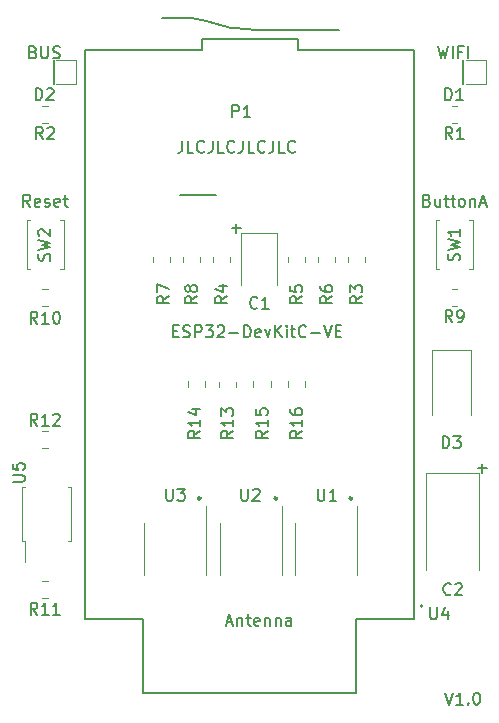
<source format=gbr>
%TF.GenerationSoftware,KiCad,Pcbnew,7.0.9*%
%TF.CreationDate,2024-01-04T00:09:48-06:00*%
%TF.ProjectId,FujiApple-DevKit-SmartPort,46756a69-4170-4706-9c65-2d4465764b69,1.0*%
%TF.SameCoordinates,Original*%
%TF.FileFunction,Legend,Top*%
%TF.FilePolarity,Positive*%
%FSLAX46Y46*%
G04 Gerber Fmt 4.6, Leading zero omitted, Abs format (unit mm)*
G04 Created by KiCad (PCBNEW 7.0.9) date 2024-01-04 00:09:48*
%MOMM*%
%LPD*%
G01*
G04 APERTURE LIST*
%ADD10C,0.225000*%
%ADD11C,0.150000*%
%ADD12C,0.200000*%
%ADD13C,0.120000*%
%ADD14C,0.127000*%
G04 APERTURE END LIST*
D10*
X163434500Y-114173000D02*
G75*
G03*
X163434500Y-114173000I-112500J0D01*
G01*
X157084500Y-114173000D02*
G75*
G03*
X157084500Y-114173000I-112500J0D01*
G01*
X150607500Y-114173000D02*
G75*
G03*
X150607500Y-114173000I-112500J0D01*
G01*
D11*
X153244779Y-91309866D02*
X154006684Y-91309866D01*
X153625731Y-91690819D02*
X153625731Y-90928914D01*
D12*
X149050951Y-83907219D02*
X149050951Y-84621504D01*
X149050951Y-84621504D02*
X149003332Y-84764361D01*
X149003332Y-84764361D02*
X148908094Y-84859600D01*
X148908094Y-84859600D02*
X148765237Y-84907219D01*
X148765237Y-84907219D02*
X148669999Y-84907219D01*
X150003332Y-84907219D02*
X149527142Y-84907219D01*
X149527142Y-84907219D02*
X149527142Y-83907219D01*
X150908094Y-84811980D02*
X150860475Y-84859600D01*
X150860475Y-84859600D02*
X150717618Y-84907219D01*
X150717618Y-84907219D02*
X150622380Y-84907219D01*
X150622380Y-84907219D02*
X150479523Y-84859600D01*
X150479523Y-84859600D02*
X150384285Y-84764361D01*
X150384285Y-84764361D02*
X150336666Y-84669123D01*
X150336666Y-84669123D02*
X150289047Y-84478647D01*
X150289047Y-84478647D02*
X150289047Y-84335790D01*
X150289047Y-84335790D02*
X150336666Y-84145314D01*
X150336666Y-84145314D02*
X150384285Y-84050076D01*
X150384285Y-84050076D02*
X150479523Y-83954838D01*
X150479523Y-83954838D02*
X150622380Y-83907219D01*
X150622380Y-83907219D02*
X150717618Y-83907219D01*
X150717618Y-83907219D02*
X150860475Y-83954838D01*
X150860475Y-83954838D02*
X150908094Y-84002457D01*
X151622380Y-83907219D02*
X151622380Y-84621504D01*
X151622380Y-84621504D02*
X151574761Y-84764361D01*
X151574761Y-84764361D02*
X151479523Y-84859600D01*
X151479523Y-84859600D02*
X151336666Y-84907219D01*
X151336666Y-84907219D02*
X151241428Y-84907219D01*
X152574761Y-84907219D02*
X152098571Y-84907219D01*
X152098571Y-84907219D02*
X152098571Y-83907219D01*
X153479523Y-84811980D02*
X153431904Y-84859600D01*
X153431904Y-84859600D02*
X153289047Y-84907219D01*
X153289047Y-84907219D02*
X153193809Y-84907219D01*
X153193809Y-84907219D02*
X153050952Y-84859600D01*
X153050952Y-84859600D02*
X152955714Y-84764361D01*
X152955714Y-84764361D02*
X152908095Y-84669123D01*
X152908095Y-84669123D02*
X152860476Y-84478647D01*
X152860476Y-84478647D02*
X152860476Y-84335790D01*
X152860476Y-84335790D02*
X152908095Y-84145314D01*
X152908095Y-84145314D02*
X152955714Y-84050076D01*
X152955714Y-84050076D02*
X153050952Y-83954838D01*
X153050952Y-83954838D02*
X153193809Y-83907219D01*
X153193809Y-83907219D02*
X153289047Y-83907219D01*
X153289047Y-83907219D02*
X153431904Y-83954838D01*
X153431904Y-83954838D02*
X153479523Y-84002457D01*
X154193809Y-83907219D02*
X154193809Y-84621504D01*
X154193809Y-84621504D02*
X154146190Y-84764361D01*
X154146190Y-84764361D02*
X154050952Y-84859600D01*
X154050952Y-84859600D02*
X153908095Y-84907219D01*
X153908095Y-84907219D02*
X153812857Y-84907219D01*
X155146190Y-84907219D02*
X154670000Y-84907219D01*
X154670000Y-84907219D02*
X154670000Y-83907219D01*
X156050952Y-84811980D02*
X156003333Y-84859600D01*
X156003333Y-84859600D02*
X155860476Y-84907219D01*
X155860476Y-84907219D02*
X155765238Y-84907219D01*
X155765238Y-84907219D02*
X155622381Y-84859600D01*
X155622381Y-84859600D02*
X155527143Y-84764361D01*
X155527143Y-84764361D02*
X155479524Y-84669123D01*
X155479524Y-84669123D02*
X155431905Y-84478647D01*
X155431905Y-84478647D02*
X155431905Y-84335790D01*
X155431905Y-84335790D02*
X155479524Y-84145314D01*
X155479524Y-84145314D02*
X155527143Y-84050076D01*
X155527143Y-84050076D02*
X155622381Y-83954838D01*
X155622381Y-83954838D02*
X155765238Y-83907219D01*
X155765238Y-83907219D02*
X155860476Y-83907219D01*
X155860476Y-83907219D02*
X156003333Y-83954838D01*
X156003333Y-83954838D02*
X156050952Y-84002457D01*
X156765238Y-83907219D02*
X156765238Y-84621504D01*
X156765238Y-84621504D02*
X156717619Y-84764361D01*
X156717619Y-84764361D02*
X156622381Y-84859600D01*
X156622381Y-84859600D02*
X156479524Y-84907219D01*
X156479524Y-84907219D02*
X156384286Y-84907219D01*
X157717619Y-84907219D02*
X157241429Y-84907219D01*
X157241429Y-84907219D02*
X157241429Y-83907219D01*
X158622381Y-84811980D02*
X158574762Y-84859600D01*
X158574762Y-84859600D02*
X158431905Y-84907219D01*
X158431905Y-84907219D02*
X158336667Y-84907219D01*
X158336667Y-84907219D02*
X158193810Y-84859600D01*
X158193810Y-84859600D02*
X158098572Y-84764361D01*
X158098572Y-84764361D02*
X158050953Y-84669123D01*
X158050953Y-84669123D02*
X158003334Y-84478647D01*
X158003334Y-84478647D02*
X158003334Y-84335790D01*
X158003334Y-84335790D02*
X158050953Y-84145314D01*
X158050953Y-84145314D02*
X158098572Y-84050076D01*
X158098572Y-84050076D02*
X158193810Y-83954838D01*
X158193810Y-83954838D02*
X158336667Y-83907219D01*
X158336667Y-83907219D02*
X158431905Y-83907219D01*
X158431905Y-83907219D02*
X158574762Y-83954838D01*
X158574762Y-83954838D02*
X158622381Y-84002457D01*
D11*
X174072779Y-111629866D02*
X174834684Y-111629866D01*
X174453731Y-112010819D02*
X174453731Y-111248914D01*
X152816160Y-124679104D02*
X153292350Y-124679104D01*
X152720922Y-124964819D02*
X153054255Y-123964819D01*
X153054255Y-123964819D02*
X153387588Y-124964819D01*
X153720922Y-124298152D02*
X153720922Y-124964819D01*
X153720922Y-124393390D02*
X153768541Y-124345771D01*
X153768541Y-124345771D02*
X153863779Y-124298152D01*
X153863779Y-124298152D02*
X154006636Y-124298152D01*
X154006636Y-124298152D02*
X154101874Y-124345771D01*
X154101874Y-124345771D02*
X154149493Y-124441009D01*
X154149493Y-124441009D02*
X154149493Y-124964819D01*
X154482827Y-124298152D02*
X154863779Y-124298152D01*
X154625684Y-123964819D02*
X154625684Y-124821961D01*
X154625684Y-124821961D02*
X154673303Y-124917200D01*
X154673303Y-124917200D02*
X154768541Y-124964819D01*
X154768541Y-124964819D02*
X154863779Y-124964819D01*
X155578065Y-124917200D02*
X155482827Y-124964819D01*
X155482827Y-124964819D02*
X155292351Y-124964819D01*
X155292351Y-124964819D02*
X155197113Y-124917200D01*
X155197113Y-124917200D02*
X155149494Y-124821961D01*
X155149494Y-124821961D02*
X155149494Y-124441009D01*
X155149494Y-124441009D02*
X155197113Y-124345771D01*
X155197113Y-124345771D02*
X155292351Y-124298152D01*
X155292351Y-124298152D02*
X155482827Y-124298152D01*
X155482827Y-124298152D02*
X155578065Y-124345771D01*
X155578065Y-124345771D02*
X155625684Y-124441009D01*
X155625684Y-124441009D02*
X155625684Y-124536247D01*
X155625684Y-124536247D02*
X155149494Y-124631485D01*
X156054256Y-124298152D02*
X156054256Y-124964819D01*
X156054256Y-124393390D02*
X156101875Y-124345771D01*
X156101875Y-124345771D02*
X156197113Y-124298152D01*
X156197113Y-124298152D02*
X156339970Y-124298152D01*
X156339970Y-124298152D02*
X156435208Y-124345771D01*
X156435208Y-124345771D02*
X156482827Y-124441009D01*
X156482827Y-124441009D02*
X156482827Y-124964819D01*
X156959018Y-124298152D02*
X156959018Y-124964819D01*
X156959018Y-124393390D02*
X157006637Y-124345771D01*
X157006637Y-124345771D02*
X157101875Y-124298152D01*
X157101875Y-124298152D02*
X157244732Y-124298152D01*
X157244732Y-124298152D02*
X157339970Y-124345771D01*
X157339970Y-124345771D02*
X157387589Y-124441009D01*
X157387589Y-124441009D02*
X157387589Y-124964819D01*
X158292351Y-124964819D02*
X158292351Y-124441009D01*
X158292351Y-124441009D02*
X158244732Y-124345771D01*
X158244732Y-124345771D02*
X158149494Y-124298152D01*
X158149494Y-124298152D02*
X157959018Y-124298152D01*
X157959018Y-124298152D02*
X157863780Y-124345771D01*
X158292351Y-124917200D02*
X158197113Y-124964819D01*
X158197113Y-124964819D02*
X157959018Y-124964819D01*
X157959018Y-124964819D02*
X157863780Y-124917200D01*
X157863780Y-124917200D02*
X157816161Y-124821961D01*
X157816161Y-124821961D02*
X157816161Y-124726723D01*
X157816161Y-124726723D02*
X157863780Y-124631485D01*
X157863780Y-124631485D02*
X157959018Y-124583866D01*
X157959018Y-124583866D02*
X158197113Y-124583866D01*
X158197113Y-124583866D02*
X158292351Y-124536247D01*
D12*
X171323191Y-130643219D02*
X171656524Y-131643219D01*
X171656524Y-131643219D02*
X171989857Y-130643219D01*
X172847000Y-131643219D02*
X172275572Y-131643219D01*
X172561286Y-131643219D02*
X172561286Y-130643219D01*
X172561286Y-130643219D02*
X172466048Y-130786076D01*
X172466048Y-130786076D02*
X172370810Y-130881314D01*
X172370810Y-130881314D02*
X172275572Y-130928933D01*
X173275572Y-131547980D02*
X173323191Y-131595600D01*
X173323191Y-131595600D02*
X173275572Y-131643219D01*
X173275572Y-131643219D02*
X173227953Y-131595600D01*
X173227953Y-131595600D02*
X173275572Y-131547980D01*
X173275572Y-131547980D02*
X173275572Y-131643219D01*
X173942238Y-130643219D02*
X174037476Y-130643219D01*
X174037476Y-130643219D02*
X174132714Y-130690838D01*
X174132714Y-130690838D02*
X174180333Y-130738457D01*
X174180333Y-130738457D02*
X174227952Y-130833695D01*
X174227952Y-130833695D02*
X174275571Y-131024171D01*
X174275571Y-131024171D02*
X174275571Y-131262266D01*
X174275571Y-131262266D02*
X174227952Y-131452742D01*
X174227952Y-131452742D02*
X174180333Y-131547980D01*
X174180333Y-131547980D02*
X174132714Y-131595600D01*
X174132714Y-131595600D02*
X174037476Y-131643219D01*
X174037476Y-131643219D02*
X173942238Y-131643219D01*
X173942238Y-131643219D02*
X173847000Y-131595600D01*
X173847000Y-131595600D02*
X173799381Y-131547980D01*
X173799381Y-131547980D02*
X173751762Y-131452742D01*
X173751762Y-131452742D02*
X173704143Y-131262266D01*
X173704143Y-131262266D02*
X173704143Y-131024171D01*
X173704143Y-131024171D02*
X173751762Y-130833695D01*
X173751762Y-130833695D02*
X173799381Y-130738457D01*
X173799381Y-130738457D02*
X173847000Y-130690838D01*
X173847000Y-130690838D02*
X173942238Y-130643219D01*
D11*
X171092905Y-109928819D02*
X171092905Y-108928819D01*
X171092905Y-108928819D02*
X171331000Y-108928819D01*
X171331000Y-108928819D02*
X171473857Y-108976438D01*
X171473857Y-108976438D02*
X171569095Y-109071676D01*
X171569095Y-109071676D02*
X171616714Y-109166914D01*
X171616714Y-109166914D02*
X171664333Y-109357390D01*
X171664333Y-109357390D02*
X171664333Y-109500247D01*
X171664333Y-109500247D02*
X171616714Y-109690723D01*
X171616714Y-109690723D02*
X171569095Y-109785961D01*
X171569095Y-109785961D02*
X171473857Y-109881200D01*
X171473857Y-109881200D02*
X171331000Y-109928819D01*
X171331000Y-109928819D02*
X171092905Y-109928819D01*
X171997667Y-108928819D02*
X172616714Y-108928819D01*
X172616714Y-108928819D02*
X172283381Y-109309771D01*
X172283381Y-109309771D02*
X172426238Y-109309771D01*
X172426238Y-109309771D02*
X172521476Y-109357390D01*
X172521476Y-109357390D02*
X172569095Y-109405009D01*
X172569095Y-109405009D02*
X172616714Y-109500247D01*
X172616714Y-109500247D02*
X172616714Y-109738342D01*
X172616714Y-109738342D02*
X172569095Y-109833580D01*
X172569095Y-109833580D02*
X172521476Y-109881200D01*
X172521476Y-109881200D02*
X172426238Y-109928819D01*
X172426238Y-109928819D02*
X172140524Y-109928819D01*
X172140524Y-109928819D02*
X172045286Y-109881200D01*
X172045286Y-109881200D02*
X171997667Y-109833580D01*
X136787142Y-108024819D02*
X136453809Y-107548628D01*
X136215714Y-108024819D02*
X136215714Y-107024819D01*
X136215714Y-107024819D02*
X136596666Y-107024819D01*
X136596666Y-107024819D02*
X136691904Y-107072438D01*
X136691904Y-107072438D02*
X136739523Y-107120057D01*
X136739523Y-107120057D02*
X136787142Y-107215295D01*
X136787142Y-107215295D02*
X136787142Y-107358152D01*
X136787142Y-107358152D02*
X136739523Y-107453390D01*
X136739523Y-107453390D02*
X136691904Y-107501009D01*
X136691904Y-107501009D02*
X136596666Y-107548628D01*
X136596666Y-107548628D02*
X136215714Y-107548628D01*
X137739523Y-108024819D02*
X137168095Y-108024819D01*
X137453809Y-108024819D02*
X137453809Y-107024819D01*
X137453809Y-107024819D02*
X137358571Y-107167676D01*
X137358571Y-107167676D02*
X137263333Y-107262914D01*
X137263333Y-107262914D02*
X137168095Y-107310533D01*
X138120476Y-107120057D02*
X138168095Y-107072438D01*
X138168095Y-107072438D02*
X138263333Y-107024819D01*
X138263333Y-107024819D02*
X138501428Y-107024819D01*
X138501428Y-107024819D02*
X138596666Y-107072438D01*
X138596666Y-107072438D02*
X138644285Y-107120057D01*
X138644285Y-107120057D02*
X138691904Y-107215295D01*
X138691904Y-107215295D02*
X138691904Y-107310533D01*
X138691904Y-107310533D02*
X138644285Y-107453390D01*
X138644285Y-107453390D02*
X138072857Y-108024819D01*
X138072857Y-108024819D02*
X138691904Y-108024819D01*
X155408333Y-98022580D02*
X155360714Y-98070200D01*
X155360714Y-98070200D02*
X155217857Y-98117819D01*
X155217857Y-98117819D02*
X155122619Y-98117819D01*
X155122619Y-98117819D02*
X154979762Y-98070200D01*
X154979762Y-98070200D02*
X154884524Y-97974961D01*
X154884524Y-97974961D02*
X154836905Y-97879723D01*
X154836905Y-97879723D02*
X154789286Y-97689247D01*
X154789286Y-97689247D02*
X154789286Y-97546390D01*
X154789286Y-97546390D02*
X154836905Y-97355914D01*
X154836905Y-97355914D02*
X154884524Y-97260676D01*
X154884524Y-97260676D02*
X154979762Y-97165438D01*
X154979762Y-97165438D02*
X155122619Y-97117819D01*
X155122619Y-97117819D02*
X155217857Y-97117819D01*
X155217857Y-97117819D02*
X155360714Y-97165438D01*
X155360714Y-97165438D02*
X155408333Y-97213057D01*
X156360714Y-98117819D02*
X155789286Y-98117819D01*
X156075000Y-98117819D02*
X156075000Y-97117819D01*
X156075000Y-97117819D02*
X155979762Y-97260676D01*
X155979762Y-97260676D02*
X155884524Y-97355914D01*
X155884524Y-97355914D02*
X155789286Y-97403533D01*
X152854819Y-97067666D02*
X152378628Y-97400999D01*
X152854819Y-97639094D02*
X151854819Y-97639094D01*
X151854819Y-97639094D02*
X151854819Y-97258142D01*
X151854819Y-97258142D02*
X151902438Y-97162904D01*
X151902438Y-97162904D02*
X151950057Y-97115285D01*
X151950057Y-97115285D02*
X152045295Y-97067666D01*
X152045295Y-97067666D02*
X152188152Y-97067666D01*
X152188152Y-97067666D02*
X152283390Y-97115285D01*
X152283390Y-97115285D02*
X152331009Y-97162904D01*
X152331009Y-97162904D02*
X152378628Y-97258142D01*
X152378628Y-97258142D02*
X152378628Y-97639094D01*
X152188152Y-96210523D02*
X152854819Y-96210523D01*
X151807200Y-96448618D02*
X152521485Y-96686713D01*
X152521485Y-96686713D02*
X152521485Y-96067666D01*
X137263333Y-83765819D02*
X136930000Y-83289628D01*
X136691905Y-83765819D02*
X136691905Y-82765819D01*
X136691905Y-82765819D02*
X137072857Y-82765819D01*
X137072857Y-82765819D02*
X137168095Y-82813438D01*
X137168095Y-82813438D02*
X137215714Y-82861057D01*
X137215714Y-82861057D02*
X137263333Y-82956295D01*
X137263333Y-82956295D02*
X137263333Y-83099152D01*
X137263333Y-83099152D02*
X137215714Y-83194390D01*
X137215714Y-83194390D02*
X137168095Y-83242009D01*
X137168095Y-83242009D02*
X137072857Y-83289628D01*
X137072857Y-83289628D02*
X136691905Y-83289628D01*
X137644286Y-82861057D02*
X137691905Y-82813438D01*
X137691905Y-82813438D02*
X137787143Y-82765819D01*
X137787143Y-82765819D02*
X138025238Y-82765819D01*
X138025238Y-82765819D02*
X138120476Y-82813438D01*
X138120476Y-82813438D02*
X138168095Y-82861057D01*
X138168095Y-82861057D02*
X138215714Y-82956295D01*
X138215714Y-82956295D02*
X138215714Y-83051533D01*
X138215714Y-83051533D02*
X138168095Y-83194390D01*
X138168095Y-83194390D02*
X137596667Y-83765819D01*
X137596667Y-83765819D02*
X138215714Y-83765819D01*
X147701095Y-113373819D02*
X147701095Y-114183342D01*
X147701095Y-114183342D02*
X147748714Y-114278580D01*
X147748714Y-114278580D02*
X147796333Y-114326200D01*
X147796333Y-114326200D02*
X147891571Y-114373819D01*
X147891571Y-114373819D02*
X148082047Y-114373819D01*
X148082047Y-114373819D02*
X148177285Y-114326200D01*
X148177285Y-114326200D02*
X148224904Y-114278580D01*
X148224904Y-114278580D02*
X148272523Y-114183342D01*
X148272523Y-114183342D02*
X148272523Y-113373819D01*
X148653476Y-113373819D02*
X149272523Y-113373819D01*
X149272523Y-113373819D02*
X148939190Y-113754771D01*
X148939190Y-113754771D02*
X149082047Y-113754771D01*
X149082047Y-113754771D02*
X149177285Y-113802390D01*
X149177285Y-113802390D02*
X149224904Y-113850009D01*
X149224904Y-113850009D02*
X149272523Y-113945247D01*
X149272523Y-113945247D02*
X149272523Y-114183342D01*
X149272523Y-114183342D02*
X149224904Y-114278580D01*
X149224904Y-114278580D02*
X149177285Y-114326200D01*
X149177285Y-114326200D02*
X149082047Y-114373819D01*
X149082047Y-114373819D02*
X148796333Y-114373819D01*
X148796333Y-114373819D02*
X148701095Y-114326200D01*
X148701095Y-114326200D02*
X148653476Y-114278580D01*
X136787142Y-124024819D02*
X136453809Y-123548628D01*
X136215714Y-124024819D02*
X136215714Y-123024819D01*
X136215714Y-123024819D02*
X136596666Y-123024819D01*
X136596666Y-123024819D02*
X136691904Y-123072438D01*
X136691904Y-123072438D02*
X136739523Y-123120057D01*
X136739523Y-123120057D02*
X136787142Y-123215295D01*
X136787142Y-123215295D02*
X136787142Y-123358152D01*
X136787142Y-123358152D02*
X136739523Y-123453390D01*
X136739523Y-123453390D02*
X136691904Y-123501009D01*
X136691904Y-123501009D02*
X136596666Y-123548628D01*
X136596666Y-123548628D02*
X136215714Y-123548628D01*
X137739523Y-124024819D02*
X137168095Y-124024819D01*
X137453809Y-124024819D02*
X137453809Y-123024819D01*
X137453809Y-123024819D02*
X137358571Y-123167676D01*
X137358571Y-123167676D02*
X137263333Y-123262914D01*
X137263333Y-123262914D02*
X137168095Y-123310533D01*
X138691904Y-124024819D02*
X138120476Y-124024819D01*
X138406190Y-124024819D02*
X138406190Y-123024819D01*
X138406190Y-123024819D02*
X138310952Y-123167676D01*
X138310952Y-123167676D02*
X138215714Y-123262914D01*
X138215714Y-123262914D02*
X138120476Y-123310533D01*
X154051095Y-113373819D02*
X154051095Y-114183342D01*
X154051095Y-114183342D02*
X154098714Y-114278580D01*
X154098714Y-114278580D02*
X154146333Y-114326200D01*
X154146333Y-114326200D02*
X154241571Y-114373819D01*
X154241571Y-114373819D02*
X154432047Y-114373819D01*
X154432047Y-114373819D02*
X154527285Y-114326200D01*
X154527285Y-114326200D02*
X154574904Y-114278580D01*
X154574904Y-114278580D02*
X154622523Y-114183342D01*
X154622523Y-114183342D02*
X154622523Y-113373819D01*
X155051095Y-113469057D02*
X155098714Y-113421438D01*
X155098714Y-113421438D02*
X155193952Y-113373819D01*
X155193952Y-113373819D02*
X155432047Y-113373819D01*
X155432047Y-113373819D02*
X155527285Y-113421438D01*
X155527285Y-113421438D02*
X155574904Y-113469057D01*
X155574904Y-113469057D02*
X155622523Y-113564295D01*
X155622523Y-113564295D02*
X155622523Y-113659533D01*
X155622523Y-113659533D02*
X155574904Y-113802390D01*
X155574904Y-113802390D02*
X155003476Y-114373819D01*
X155003476Y-114373819D02*
X155622523Y-114373819D01*
X147901819Y-97067666D02*
X147425628Y-97400999D01*
X147901819Y-97639094D02*
X146901819Y-97639094D01*
X146901819Y-97639094D02*
X146901819Y-97258142D01*
X146901819Y-97258142D02*
X146949438Y-97162904D01*
X146949438Y-97162904D02*
X146997057Y-97115285D01*
X146997057Y-97115285D02*
X147092295Y-97067666D01*
X147092295Y-97067666D02*
X147235152Y-97067666D01*
X147235152Y-97067666D02*
X147330390Y-97115285D01*
X147330390Y-97115285D02*
X147378009Y-97162904D01*
X147378009Y-97162904D02*
X147425628Y-97258142D01*
X147425628Y-97258142D02*
X147425628Y-97639094D01*
X146901819Y-96734332D02*
X146901819Y-96067666D01*
X146901819Y-96067666D02*
X147901819Y-96496237D01*
X171918333Y-99259819D02*
X171585000Y-98783628D01*
X171346905Y-99259819D02*
X171346905Y-98259819D01*
X171346905Y-98259819D02*
X171727857Y-98259819D01*
X171727857Y-98259819D02*
X171823095Y-98307438D01*
X171823095Y-98307438D02*
X171870714Y-98355057D01*
X171870714Y-98355057D02*
X171918333Y-98450295D01*
X171918333Y-98450295D02*
X171918333Y-98593152D01*
X171918333Y-98593152D02*
X171870714Y-98688390D01*
X171870714Y-98688390D02*
X171823095Y-98736009D01*
X171823095Y-98736009D02*
X171727857Y-98783628D01*
X171727857Y-98783628D02*
X171346905Y-98783628D01*
X172394524Y-99259819D02*
X172585000Y-99259819D01*
X172585000Y-99259819D02*
X172680238Y-99212200D01*
X172680238Y-99212200D02*
X172727857Y-99164580D01*
X172727857Y-99164580D02*
X172823095Y-99021723D01*
X172823095Y-99021723D02*
X172870714Y-98831247D01*
X172870714Y-98831247D02*
X172870714Y-98450295D01*
X172870714Y-98450295D02*
X172823095Y-98355057D01*
X172823095Y-98355057D02*
X172775476Y-98307438D01*
X172775476Y-98307438D02*
X172680238Y-98259819D01*
X172680238Y-98259819D02*
X172489762Y-98259819D01*
X172489762Y-98259819D02*
X172394524Y-98307438D01*
X172394524Y-98307438D02*
X172346905Y-98355057D01*
X172346905Y-98355057D02*
X172299286Y-98450295D01*
X172299286Y-98450295D02*
X172299286Y-98688390D01*
X172299286Y-98688390D02*
X172346905Y-98783628D01*
X172346905Y-98783628D02*
X172394524Y-98831247D01*
X172394524Y-98831247D02*
X172489762Y-98878866D01*
X172489762Y-98878866D02*
X172680238Y-98878866D01*
X172680238Y-98878866D02*
X172775476Y-98831247D01*
X172775476Y-98831247D02*
X172823095Y-98783628D01*
X172823095Y-98783628D02*
X172870714Y-98688390D01*
X159204819Y-97067666D02*
X158728628Y-97400999D01*
X159204819Y-97639094D02*
X158204819Y-97639094D01*
X158204819Y-97639094D02*
X158204819Y-97258142D01*
X158204819Y-97258142D02*
X158252438Y-97162904D01*
X158252438Y-97162904D02*
X158300057Y-97115285D01*
X158300057Y-97115285D02*
X158395295Y-97067666D01*
X158395295Y-97067666D02*
X158538152Y-97067666D01*
X158538152Y-97067666D02*
X158633390Y-97115285D01*
X158633390Y-97115285D02*
X158681009Y-97162904D01*
X158681009Y-97162904D02*
X158728628Y-97258142D01*
X158728628Y-97258142D02*
X158728628Y-97639094D01*
X158204819Y-96162904D02*
X158204819Y-96639094D01*
X158204819Y-96639094D02*
X158681009Y-96686713D01*
X158681009Y-96686713D02*
X158633390Y-96639094D01*
X158633390Y-96639094D02*
X158585771Y-96543856D01*
X158585771Y-96543856D02*
X158585771Y-96305761D01*
X158585771Y-96305761D02*
X158633390Y-96210523D01*
X158633390Y-96210523D02*
X158681009Y-96162904D01*
X158681009Y-96162904D02*
X158776247Y-96115285D01*
X158776247Y-96115285D02*
X159014342Y-96115285D01*
X159014342Y-96115285D02*
X159109580Y-96162904D01*
X159109580Y-96162904D02*
X159157200Y-96210523D01*
X159157200Y-96210523D02*
X159204819Y-96305761D01*
X159204819Y-96305761D02*
X159204819Y-96543856D01*
X159204819Y-96543856D02*
X159157200Y-96639094D01*
X159157200Y-96639094D02*
X159109580Y-96686713D01*
X136787142Y-99387819D02*
X136453809Y-98911628D01*
X136215714Y-99387819D02*
X136215714Y-98387819D01*
X136215714Y-98387819D02*
X136596666Y-98387819D01*
X136596666Y-98387819D02*
X136691904Y-98435438D01*
X136691904Y-98435438D02*
X136739523Y-98483057D01*
X136739523Y-98483057D02*
X136787142Y-98578295D01*
X136787142Y-98578295D02*
X136787142Y-98721152D01*
X136787142Y-98721152D02*
X136739523Y-98816390D01*
X136739523Y-98816390D02*
X136691904Y-98864009D01*
X136691904Y-98864009D02*
X136596666Y-98911628D01*
X136596666Y-98911628D02*
X136215714Y-98911628D01*
X137739523Y-99387819D02*
X137168095Y-99387819D01*
X137453809Y-99387819D02*
X137453809Y-98387819D01*
X137453809Y-98387819D02*
X137358571Y-98530676D01*
X137358571Y-98530676D02*
X137263333Y-98625914D01*
X137263333Y-98625914D02*
X137168095Y-98673533D01*
X138358571Y-98387819D02*
X138453809Y-98387819D01*
X138453809Y-98387819D02*
X138549047Y-98435438D01*
X138549047Y-98435438D02*
X138596666Y-98483057D01*
X138596666Y-98483057D02*
X138644285Y-98578295D01*
X138644285Y-98578295D02*
X138691904Y-98768771D01*
X138691904Y-98768771D02*
X138691904Y-99006866D01*
X138691904Y-99006866D02*
X138644285Y-99197342D01*
X138644285Y-99197342D02*
X138596666Y-99292580D01*
X138596666Y-99292580D02*
X138549047Y-99340200D01*
X138549047Y-99340200D02*
X138453809Y-99387819D01*
X138453809Y-99387819D02*
X138358571Y-99387819D01*
X138358571Y-99387819D02*
X138263333Y-99340200D01*
X138263333Y-99340200D02*
X138215714Y-99292580D01*
X138215714Y-99292580D02*
X138168095Y-99197342D01*
X138168095Y-99197342D02*
X138120476Y-99006866D01*
X138120476Y-99006866D02*
X138120476Y-98768771D01*
X138120476Y-98768771D02*
X138168095Y-98578295D01*
X138168095Y-98578295D02*
X138215714Y-98483057D01*
X138215714Y-98483057D02*
X138263333Y-98435438D01*
X138263333Y-98435438D02*
X138358571Y-98387819D01*
X156283819Y-108465857D02*
X155807628Y-108799190D01*
X156283819Y-109037285D02*
X155283819Y-109037285D01*
X155283819Y-109037285D02*
X155283819Y-108656333D01*
X155283819Y-108656333D02*
X155331438Y-108561095D01*
X155331438Y-108561095D02*
X155379057Y-108513476D01*
X155379057Y-108513476D02*
X155474295Y-108465857D01*
X155474295Y-108465857D02*
X155617152Y-108465857D01*
X155617152Y-108465857D02*
X155712390Y-108513476D01*
X155712390Y-108513476D02*
X155760009Y-108561095D01*
X155760009Y-108561095D02*
X155807628Y-108656333D01*
X155807628Y-108656333D02*
X155807628Y-109037285D01*
X156283819Y-107513476D02*
X156283819Y-108084904D01*
X156283819Y-107799190D02*
X155283819Y-107799190D01*
X155283819Y-107799190D02*
X155426676Y-107894428D01*
X155426676Y-107894428D02*
X155521914Y-107989666D01*
X155521914Y-107989666D02*
X155569533Y-108084904D01*
X155283819Y-106608714D02*
X155283819Y-107084904D01*
X155283819Y-107084904D02*
X155760009Y-107132523D01*
X155760009Y-107132523D02*
X155712390Y-107084904D01*
X155712390Y-107084904D02*
X155664771Y-106989666D01*
X155664771Y-106989666D02*
X155664771Y-106751571D01*
X155664771Y-106751571D02*
X155712390Y-106656333D01*
X155712390Y-106656333D02*
X155760009Y-106608714D01*
X155760009Y-106608714D02*
X155855247Y-106561095D01*
X155855247Y-106561095D02*
X156093342Y-106561095D01*
X156093342Y-106561095D02*
X156188580Y-106608714D01*
X156188580Y-106608714D02*
X156236200Y-106656333D01*
X156236200Y-106656333D02*
X156283819Y-106751571D01*
X156283819Y-106751571D02*
X156283819Y-106989666D01*
X156283819Y-106989666D02*
X156236200Y-107084904D01*
X156236200Y-107084904D02*
X156188580Y-107132523D01*
X150314819Y-97067666D02*
X149838628Y-97400999D01*
X150314819Y-97639094D02*
X149314819Y-97639094D01*
X149314819Y-97639094D02*
X149314819Y-97258142D01*
X149314819Y-97258142D02*
X149362438Y-97162904D01*
X149362438Y-97162904D02*
X149410057Y-97115285D01*
X149410057Y-97115285D02*
X149505295Y-97067666D01*
X149505295Y-97067666D02*
X149648152Y-97067666D01*
X149648152Y-97067666D02*
X149743390Y-97115285D01*
X149743390Y-97115285D02*
X149791009Y-97162904D01*
X149791009Y-97162904D02*
X149838628Y-97258142D01*
X149838628Y-97258142D02*
X149838628Y-97639094D01*
X149743390Y-96496237D02*
X149695771Y-96591475D01*
X149695771Y-96591475D02*
X149648152Y-96639094D01*
X149648152Y-96639094D02*
X149552914Y-96686713D01*
X149552914Y-96686713D02*
X149505295Y-96686713D01*
X149505295Y-96686713D02*
X149410057Y-96639094D01*
X149410057Y-96639094D02*
X149362438Y-96591475D01*
X149362438Y-96591475D02*
X149314819Y-96496237D01*
X149314819Y-96496237D02*
X149314819Y-96305761D01*
X149314819Y-96305761D02*
X149362438Y-96210523D01*
X149362438Y-96210523D02*
X149410057Y-96162904D01*
X149410057Y-96162904D02*
X149505295Y-96115285D01*
X149505295Y-96115285D02*
X149552914Y-96115285D01*
X149552914Y-96115285D02*
X149648152Y-96162904D01*
X149648152Y-96162904D02*
X149695771Y-96210523D01*
X149695771Y-96210523D02*
X149743390Y-96305761D01*
X149743390Y-96305761D02*
X149743390Y-96496237D01*
X149743390Y-96496237D02*
X149791009Y-96591475D01*
X149791009Y-96591475D02*
X149838628Y-96639094D01*
X149838628Y-96639094D02*
X149933866Y-96686713D01*
X149933866Y-96686713D02*
X150124342Y-96686713D01*
X150124342Y-96686713D02*
X150219580Y-96639094D01*
X150219580Y-96639094D02*
X150267200Y-96591475D01*
X150267200Y-96591475D02*
X150314819Y-96496237D01*
X150314819Y-96496237D02*
X150314819Y-96305761D01*
X150314819Y-96305761D02*
X150267200Y-96210523D01*
X150267200Y-96210523D02*
X150219580Y-96162904D01*
X150219580Y-96162904D02*
X150124342Y-96115285D01*
X150124342Y-96115285D02*
X149933866Y-96115285D01*
X149933866Y-96115285D02*
X149838628Y-96162904D01*
X149838628Y-96162904D02*
X149791009Y-96210523D01*
X149791009Y-96210523D02*
X149743390Y-96305761D01*
X170053095Y-123406819D02*
X170053095Y-124216342D01*
X170053095Y-124216342D02*
X170100714Y-124311580D01*
X170100714Y-124311580D02*
X170148333Y-124359200D01*
X170148333Y-124359200D02*
X170243571Y-124406819D01*
X170243571Y-124406819D02*
X170434047Y-124406819D01*
X170434047Y-124406819D02*
X170529285Y-124359200D01*
X170529285Y-124359200D02*
X170576904Y-124311580D01*
X170576904Y-124311580D02*
X170624523Y-124216342D01*
X170624523Y-124216342D02*
X170624523Y-123406819D01*
X171529285Y-123740152D02*
X171529285Y-124406819D01*
X171291190Y-123359200D02*
X171053095Y-124073485D01*
X171053095Y-124073485D02*
X171672142Y-124073485D01*
X148284762Y-100021009D02*
X148618095Y-100021009D01*
X148760952Y-100544819D02*
X148284762Y-100544819D01*
X148284762Y-100544819D02*
X148284762Y-99544819D01*
X148284762Y-99544819D02*
X148760952Y-99544819D01*
X149141905Y-100497200D02*
X149284762Y-100544819D01*
X149284762Y-100544819D02*
X149522857Y-100544819D01*
X149522857Y-100544819D02*
X149618095Y-100497200D01*
X149618095Y-100497200D02*
X149665714Y-100449580D01*
X149665714Y-100449580D02*
X149713333Y-100354342D01*
X149713333Y-100354342D02*
X149713333Y-100259104D01*
X149713333Y-100259104D02*
X149665714Y-100163866D01*
X149665714Y-100163866D02*
X149618095Y-100116247D01*
X149618095Y-100116247D02*
X149522857Y-100068628D01*
X149522857Y-100068628D02*
X149332381Y-100021009D01*
X149332381Y-100021009D02*
X149237143Y-99973390D01*
X149237143Y-99973390D02*
X149189524Y-99925771D01*
X149189524Y-99925771D02*
X149141905Y-99830533D01*
X149141905Y-99830533D02*
X149141905Y-99735295D01*
X149141905Y-99735295D02*
X149189524Y-99640057D01*
X149189524Y-99640057D02*
X149237143Y-99592438D01*
X149237143Y-99592438D02*
X149332381Y-99544819D01*
X149332381Y-99544819D02*
X149570476Y-99544819D01*
X149570476Y-99544819D02*
X149713333Y-99592438D01*
X150141905Y-100544819D02*
X150141905Y-99544819D01*
X150141905Y-99544819D02*
X150522857Y-99544819D01*
X150522857Y-99544819D02*
X150618095Y-99592438D01*
X150618095Y-99592438D02*
X150665714Y-99640057D01*
X150665714Y-99640057D02*
X150713333Y-99735295D01*
X150713333Y-99735295D02*
X150713333Y-99878152D01*
X150713333Y-99878152D02*
X150665714Y-99973390D01*
X150665714Y-99973390D02*
X150618095Y-100021009D01*
X150618095Y-100021009D02*
X150522857Y-100068628D01*
X150522857Y-100068628D02*
X150141905Y-100068628D01*
X151046667Y-99544819D02*
X151665714Y-99544819D01*
X151665714Y-99544819D02*
X151332381Y-99925771D01*
X151332381Y-99925771D02*
X151475238Y-99925771D01*
X151475238Y-99925771D02*
X151570476Y-99973390D01*
X151570476Y-99973390D02*
X151618095Y-100021009D01*
X151618095Y-100021009D02*
X151665714Y-100116247D01*
X151665714Y-100116247D02*
X151665714Y-100354342D01*
X151665714Y-100354342D02*
X151618095Y-100449580D01*
X151618095Y-100449580D02*
X151570476Y-100497200D01*
X151570476Y-100497200D02*
X151475238Y-100544819D01*
X151475238Y-100544819D02*
X151189524Y-100544819D01*
X151189524Y-100544819D02*
X151094286Y-100497200D01*
X151094286Y-100497200D02*
X151046667Y-100449580D01*
X152046667Y-99640057D02*
X152094286Y-99592438D01*
X152094286Y-99592438D02*
X152189524Y-99544819D01*
X152189524Y-99544819D02*
X152427619Y-99544819D01*
X152427619Y-99544819D02*
X152522857Y-99592438D01*
X152522857Y-99592438D02*
X152570476Y-99640057D01*
X152570476Y-99640057D02*
X152618095Y-99735295D01*
X152618095Y-99735295D02*
X152618095Y-99830533D01*
X152618095Y-99830533D02*
X152570476Y-99973390D01*
X152570476Y-99973390D02*
X151999048Y-100544819D01*
X151999048Y-100544819D02*
X152618095Y-100544819D01*
X153046667Y-100163866D02*
X153808572Y-100163866D01*
X154284762Y-100544819D02*
X154284762Y-99544819D01*
X154284762Y-99544819D02*
X154522857Y-99544819D01*
X154522857Y-99544819D02*
X154665714Y-99592438D01*
X154665714Y-99592438D02*
X154760952Y-99687676D01*
X154760952Y-99687676D02*
X154808571Y-99782914D01*
X154808571Y-99782914D02*
X154856190Y-99973390D01*
X154856190Y-99973390D02*
X154856190Y-100116247D01*
X154856190Y-100116247D02*
X154808571Y-100306723D01*
X154808571Y-100306723D02*
X154760952Y-100401961D01*
X154760952Y-100401961D02*
X154665714Y-100497200D01*
X154665714Y-100497200D02*
X154522857Y-100544819D01*
X154522857Y-100544819D02*
X154284762Y-100544819D01*
X155665714Y-100497200D02*
X155570476Y-100544819D01*
X155570476Y-100544819D02*
X155380000Y-100544819D01*
X155380000Y-100544819D02*
X155284762Y-100497200D01*
X155284762Y-100497200D02*
X155237143Y-100401961D01*
X155237143Y-100401961D02*
X155237143Y-100021009D01*
X155237143Y-100021009D02*
X155284762Y-99925771D01*
X155284762Y-99925771D02*
X155380000Y-99878152D01*
X155380000Y-99878152D02*
X155570476Y-99878152D01*
X155570476Y-99878152D02*
X155665714Y-99925771D01*
X155665714Y-99925771D02*
X155713333Y-100021009D01*
X155713333Y-100021009D02*
X155713333Y-100116247D01*
X155713333Y-100116247D02*
X155237143Y-100211485D01*
X156046667Y-99878152D02*
X156284762Y-100544819D01*
X156284762Y-100544819D02*
X156522857Y-99878152D01*
X156903810Y-100544819D02*
X156903810Y-99544819D01*
X157475238Y-100544819D02*
X157046667Y-99973390D01*
X157475238Y-99544819D02*
X156903810Y-100116247D01*
X157903810Y-100544819D02*
X157903810Y-99878152D01*
X157903810Y-99544819D02*
X157856191Y-99592438D01*
X157856191Y-99592438D02*
X157903810Y-99640057D01*
X157903810Y-99640057D02*
X157951429Y-99592438D01*
X157951429Y-99592438D02*
X157903810Y-99544819D01*
X157903810Y-99544819D02*
X157903810Y-99640057D01*
X158237143Y-99878152D02*
X158618095Y-99878152D01*
X158380000Y-99544819D02*
X158380000Y-100401961D01*
X158380000Y-100401961D02*
X158427619Y-100497200D01*
X158427619Y-100497200D02*
X158522857Y-100544819D01*
X158522857Y-100544819D02*
X158618095Y-100544819D01*
X159522857Y-100449580D02*
X159475238Y-100497200D01*
X159475238Y-100497200D02*
X159332381Y-100544819D01*
X159332381Y-100544819D02*
X159237143Y-100544819D01*
X159237143Y-100544819D02*
X159094286Y-100497200D01*
X159094286Y-100497200D02*
X158999048Y-100401961D01*
X158999048Y-100401961D02*
X158951429Y-100306723D01*
X158951429Y-100306723D02*
X158903810Y-100116247D01*
X158903810Y-100116247D02*
X158903810Y-99973390D01*
X158903810Y-99973390D02*
X158951429Y-99782914D01*
X158951429Y-99782914D02*
X158999048Y-99687676D01*
X158999048Y-99687676D02*
X159094286Y-99592438D01*
X159094286Y-99592438D02*
X159237143Y-99544819D01*
X159237143Y-99544819D02*
X159332381Y-99544819D01*
X159332381Y-99544819D02*
X159475238Y-99592438D01*
X159475238Y-99592438D02*
X159522857Y-99640057D01*
X159951429Y-100163866D02*
X160713334Y-100163866D01*
X161046667Y-99544819D02*
X161380000Y-100544819D01*
X161380000Y-100544819D02*
X161713333Y-99544819D01*
X162046667Y-100021009D02*
X162380000Y-100021009D01*
X162522857Y-100544819D02*
X162046667Y-100544819D01*
X162046667Y-100544819D02*
X162046667Y-99544819D01*
X162046667Y-99544819D02*
X162522857Y-99544819D01*
X160528095Y-113373819D02*
X160528095Y-114183342D01*
X160528095Y-114183342D02*
X160575714Y-114278580D01*
X160575714Y-114278580D02*
X160623333Y-114326200D01*
X160623333Y-114326200D02*
X160718571Y-114373819D01*
X160718571Y-114373819D02*
X160909047Y-114373819D01*
X160909047Y-114373819D02*
X161004285Y-114326200D01*
X161004285Y-114326200D02*
X161051904Y-114278580D01*
X161051904Y-114278580D02*
X161099523Y-114183342D01*
X161099523Y-114183342D02*
X161099523Y-113373819D01*
X162099523Y-114373819D02*
X161528095Y-114373819D01*
X161813809Y-114373819D02*
X161813809Y-113373819D01*
X161813809Y-113373819D02*
X161718571Y-113516676D01*
X161718571Y-113516676D02*
X161623333Y-113611914D01*
X161623333Y-113611914D02*
X161528095Y-113659533D01*
X159204819Y-108465857D02*
X158728628Y-108799190D01*
X159204819Y-109037285D02*
X158204819Y-109037285D01*
X158204819Y-109037285D02*
X158204819Y-108656333D01*
X158204819Y-108656333D02*
X158252438Y-108561095D01*
X158252438Y-108561095D02*
X158300057Y-108513476D01*
X158300057Y-108513476D02*
X158395295Y-108465857D01*
X158395295Y-108465857D02*
X158538152Y-108465857D01*
X158538152Y-108465857D02*
X158633390Y-108513476D01*
X158633390Y-108513476D02*
X158681009Y-108561095D01*
X158681009Y-108561095D02*
X158728628Y-108656333D01*
X158728628Y-108656333D02*
X158728628Y-109037285D01*
X159204819Y-107513476D02*
X159204819Y-108084904D01*
X159204819Y-107799190D02*
X158204819Y-107799190D01*
X158204819Y-107799190D02*
X158347676Y-107894428D01*
X158347676Y-107894428D02*
X158442914Y-107989666D01*
X158442914Y-107989666D02*
X158490533Y-108084904D01*
X158204819Y-106656333D02*
X158204819Y-106846809D01*
X158204819Y-106846809D02*
X158252438Y-106942047D01*
X158252438Y-106942047D02*
X158300057Y-106989666D01*
X158300057Y-106989666D02*
X158442914Y-107084904D01*
X158442914Y-107084904D02*
X158633390Y-107132523D01*
X158633390Y-107132523D02*
X159014342Y-107132523D01*
X159014342Y-107132523D02*
X159109580Y-107084904D01*
X159109580Y-107084904D02*
X159157200Y-107037285D01*
X159157200Y-107037285D02*
X159204819Y-106942047D01*
X159204819Y-106942047D02*
X159204819Y-106751571D01*
X159204819Y-106751571D02*
X159157200Y-106656333D01*
X159157200Y-106656333D02*
X159109580Y-106608714D01*
X159109580Y-106608714D02*
X159014342Y-106561095D01*
X159014342Y-106561095D02*
X158776247Y-106561095D01*
X158776247Y-106561095D02*
X158681009Y-106608714D01*
X158681009Y-106608714D02*
X158633390Y-106656333D01*
X158633390Y-106656333D02*
X158585771Y-106751571D01*
X158585771Y-106751571D02*
X158585771Y-106942047D01*
X158585771Y-106942047D02*
X158633390Y-107037285D01*
X158633390Y-107037285D02*
X158681009Y-107084904D01*
X158681009Y-107084904D02*
X158776247Y-107132523D01*
X171791333Y-122279580D02*
X171743714Y-122327200D01*
X171743714Y-122327200D02*
X171600857Y-122374819D01*
X171600857Y-122374819D02*
X171505619Y-122374819D01*
X171505619Y-122374819D02*
X171362762Y-122327200D01*
X171362762Y-122327200D02*
X171267524Y-122231961D01*
X171267524Y-122231961D02*
X171219905Y-122136723D01*
X171219905Y-122136723D02*
X171172286Y-121946247D01*
X171172286Y-121946247D02*
X171172286Y-121803390D01*
X171172286Y-121803390D02*
X171219905Y-121612914D01*
X171219905Y-121612914D02*
X171267524Y-121517676D01*
X171267524Y-121517676D02*
X171362762Y-121422438D01*
X171362762Y-121422438D02*
X171505619Y-121374819D01*
X171505619Y-121374819D02*
X171600857Y-121374819D01*
X171600857Y-121374819D02*
X171743714Y-121422438D01*
X171743714Y-121422438D02*
X171791333Y-121470057D01*
X172172286Y-121470057D02*
X172219905Y-121422438D01*
X172219905Y-121422438D02*
X172315143Y-121374819D01*
X172315143Y-121374819D02*
X172553238Y-121374819D01*
X172553238Y-121374819D02*
X172648476Y-121422438D01*
X172648476Y-121422438D02*
X172696095Y-121470057D01*
X172696095Y-121470057D02*
X172743714Y-121565295D01*
X172743714Y-121565295D02*
X172743714Y-121660533D01*
X172743714Y-121660533D02*
X172696095Y-121803390D01*
X172696095Y-121803390D02*
X172124667Y-122374819D01*
X172124667Y-122374819D02*
X172743714Y-122374819D01*
X153362819Y-108465857D02*
X152886628Y-108799190D01*
X153362819Y-109037285D02*
X152362819Y-109037285D01*
X152362819Y-109037285D02*
X152362819Y-108656333D01*
X152362819Y-108656333D02*
X152410438Y-108561095D01*
X152410438Y-108561095D02*
X152458057Y-108513476D01*
X152458057Y-108513476D02*
X152553295Y-108465857D01*
X152553295Y-108465857D02*
X152696152Y-108465857D01*
X152696152Y-108465857D02*
X152791390Y-108513476D01*
X152791390Y-108513476D02*
X152839009Y-108561095D01*
X152839009Y-108561095D02*
X152886628Y-108656333D01*
X152886628Y-108656333D02*
X152886628Y-109037285D01*
X153362819Y-107513476D02*
X153362819Y-108084904D01*
X153362819Y-107799190D02*
X152362819Y-107799190D01*
X152362819Y-107799190D02*
X152505676Y-107894428D01*
X152505676Y-107894428D02*
X152600914Y-107989666D01*
X152600914Y-107989666D02*
X152648533Y-108084904D01*
X152362819Y-107180142D02*
X152362819Y-106561095D01*
X152362819Y-106561095D02*
X152743771Y-106894428D01*
X152743771Y-106894428D02*
X152743771Y-106751571D01*
X152743771Y-106751571D02*
X152791390Y-106656333D01*
X152791390Y-106656333D02*
X152839009Y-106608714D01*
X152839009Y-106608714D02*
X152934247Y-106561095D01*
X152934247Y-106561095D02*
X153172342Y-106561095D01*
X153172342Y-106561095D02*
X153267580Y-106608714D01*
X153267580Y-106608714D02*
X153315200Y-106656333D01*
X153315200Y-106656333D02*
X153362819Y-106751571D01*
X153362819Y-106751571D02*
X153362819Y-107037285D01*
X153362819Y-107037285D02*
X153315200Y-107132523D01*
X153315200Y-107132523D02*
X153267580Y-107180142D01*
X137821200Y-94043332D02*
X137868819Y-93900475D01*
X137868819Y-93900475D02*
X137868819Y-93662380D01*
X137868819Y-93662380D02*
X137821200Y-93567142D01*
X137821200Y-93567142D02*
X137773580Y-93519523D01*
X137773580Y-93519523D02*
X137678342Y-93471904D01*
X137678342Y-93471904D02*
X137583104Y-93471904D01*
X137583104Y-93471904D02*
X137487866Y-93519523D01*
X137487866Y-93519523D02*
X137440247Y-93567142D01*
X137440247Y-93567142D02*
X137392628Y-93662380D01*
X137392628Y-93662380D02*
X137345009Y-93852856D01*
X137345009Y-93852856D02*
X137297390Y-93948094D01*
X137297390Y-93948094D02*
X137249771Y-93995713D01*
X137249771Y-93995713D02*
X137154533Y-94043332D01*
X137154533Y-94043332D02*
X137059295Y-94043332D01*
X137059295Y-94043332D02*
X136964057Y-93995713D01*
X136964057Y-93995713D02*
X136916438Y-93948094D01*
X136916438Y-93948094D02*
X136868819Y-93852856D01*
X136868819Y-93852856D02*
X136868819Y-93614761D01*
X136868819Y-93614761D02*
X136916438Y-93471904D01*
X136868819Y-93138570D02*
X137868819Y-92900475D01*
X137868819Y-92900475D02*
X137154533Y-92709999D01*
X137154533Y-92709999D02*
X137868819Y-92519523D01*
X137868819Y-92519523D02*
X136868819Y-92281428D01*
X136964057Y-91948094D02*
X136916438Y-91900475D01*
X136916438Y-91900475D02*
X136868819Y-91805237D01*
X136868819Y-91805237D02*
X136868819Y-91567142D01*
X136868819Y-91567142D02*
X136916438Y-91471904D01*
X136916438Y-91471904D02*
X136964057Y-91424285D01*
X136964057Y-91424285D02*
X137059295Y-91376666D01*
X137059295Y-91376666D02*
X137154533Y-91376666D01*
X137154533Y-91376666D02*
X137297390Y-91424285D01*
X137297390Y-91424285D02*
X137868819Y-91995713D01*
X137868819Y-91995713D02*
X137868819Y-91376666D01*
X136175904Y-89481819D02*
X135842571Y-89005628D01*
X135604476Y-89481819D02*
X135604476Y-88481819D01*
X135604476Y-88481819D02*
X135985428Y-88481819D01*
X135985428Y-88481819D02*
X136080666Y-88529438D01*
X136080666Y-88529438D02*
X136128285Y-88577057D01*
X136128285Y-88577057D02*
X136175904Y-88672295D01*
X136175904Y-88672295D02*
X136175904Y-88815152D01*
X136175904Y-88815152D02*
X136128285Y-88910390D01*
X136128285Y-88910390D02*
X136080666Y-88958009D01*
X136080666Y-88958009D02*
X135985428Y-89005628D01*
X135985428Y-89005628D02*
X135604476Y-89005628D01*
X136985428Y-89434200D02*
X136890190Y-89481819D01*
X136890190Y-89481819D02*
X136699714Y-89481819D01*
X136699714Y-89481819D02*
X136604476Y-89434200D01*
X136604476Y-89434200D02*
X136556857Y-89338961D01*
X136556857Y-89338961D02*
X136556857Y-88958009D01*
X136556857Y-88958009D02*
X136604476Y-88862771D01*
X136604476Y-88862771D02*
X136699714Y-88815152D01*
X136699714Y-88815152D02*
X136890190Y-88815152D01*
X136890190Y-88815152D02*
X136985428Y-88862771D01*
X136985428Y-88862771D02*
X137033047Y-88958009D01*
X137033047Y-88958009D02*
X137033047Y-89053247D01*
X137033047Y-89053247D02*
X136556857Y-89148485D01*
X137414000Y-89434200D02*
X137509238Y-89481819D01*
X137509238Y-89481819D02*
X137699714Y-89481819D01*
X137699714Y-89481819D02*
X137794952Y-89434200D01*
X137794952Y-89434200D02*
X137842571Y-89338961D01*
X137842571Y-89338961D02*
X137842571Y-89291342D01*
X137842571Y-89291342D02*
X137794952Y-89196104D01*
X137794952Y-89196104D02*
X137699714Y-89148485D01*
X137699714Y-89148485D02*
X137556857Y-89148485D01*
X137556857Y-89148485D02*
X137461619Y-89100866D01*
X137461619Y-89100866D02*
X137414000Y-89005628D01*
X137414000Y-89005628D02*
X137414000Y-88958009D01*
X137414000Y-88958009D02*
X137461619Y-88862771D01*
X137461619Y-88862771D02*
X137556857Y-88815152D01*
X137556857Y-88815152D02*
X137699714Y-88815152D01*
X137699714Y-88815152D02*
X137794952Y-88862771D01*
X138652095Y-89434200D02*
X138556857Y-89481819D01*
X138556857Y-89481819D02*
X138366381Y-89481819D01*
X138366381Y-89481819D02*
X138271143Y-89434200D01*
X138271143Y-89434200D02*
X138223524Y-89338961D01*
X138223524Y-89338961D02*
X138223524Y-88958009D01*
X138223524Y-88958009D02*
X138271143Y-88862771D01*
X138271143Y-88862771D02*
X138366381Y-88815152D01*
X138366381Y-88815152D02*
X138556857Y-88815152D01*
X138556857Y-88815152D02*
X138652095Y-88862771D01*
X138652095Y-88862771D02*
X138699714Y-88958009D01*
X138699714Y-88958009D02*
X138699714Y-89053247D01*
X138699714Y-89053247D02*
X138223524Y-89148485D01*
X138985429Y-88815152D02*
X139366381Y-88815152D01*
X139128286Y-88481819D02*
X139128286Y-89338961D01*
X139128286Y-89338961D02*
X139175905Y-89434200D01*
X139175905Y-89434200D02*
X139271143Y-89481819D01*
X139271143Y-89481819D02*
X139366381Y-89481819D01*
X161744819Y-97067666D02*
X161268628Y-97400999D01*
X161744819Y-97639094D02*
X160744819Y-97639094D01*
X160744819Y-97639094D02*
X160744819Y-97258142D01*
X160744819Y-97258142D02*
X160792438Y-97162904D01*
X160792438Y-97162904D02*
X160840057Y-97115285D01*
X160840057Y-97115285D02*
X160935295Y-97067666D01*
X160935295Y-97067666D02*
X161078152Y-97067666D01*
X161078152Y-97067666D02*
X161173390Y-97115285D01*
X161173390Y-97115285D02*
X161221009Y-97162904D01*
X161221009Y-97162904D02*
X161268628Y-97258142D01*
X161268628Y-97258142D02*
X161268628Y-97639094D01*
X160744819Y-96210523D02*
X160744819Y-96400999D01*
X160744819Y-96400999D02*
X160792438Y-96496237D01*
X160792438Y-96496237D02*
X160840057Y-96543856D01*
X160840057Y-96543856D02*
X160982914Y-96639094D01*
X160982914Y-96639094D02*
X161173390Y-96686713D01*
X161173390Y-96686713D02*
X161554342Y-96686713D01*
X161554342Y-96686713D02*
X161649580Y-96639094D01*
X161649580Y-96639094D02*
X161697200Y-96591475D01*
X161697200Y-96591475D02*
X161744819Y-96496237D01*
X161744819Y-96496237D02*
X161744819Y-96305761D01*
X161744819Y-96305761D02*
X161697200Y-96210523D01*
X161697200Y-96210523D02*
X161649580Y-96162904D01*
X161649580Y-96162904D02*
X161554342Y-96115285D01*
X161554342Y-96115285D02*
X161316247Y-96115285D01*
X161316247Y-96115285D02*
X161221009Y-96162904D01*
X161221009Y-96162904D02*
X161173390Y-96210523D01*
X161173390Y-96210523D02*
X161125771Y-96305761D01*
X161125771Y-96305761D02*
X161125771Y-96496237D01*
X161125771Y-96496237D02*
X161173390Y-96591475D01*
X161173390Y-96591475D02*
X161221009Y-96639094D01*
X161221009Y-96639094D02*
X161316247Y-96686713D01*
X171918333Y-83765819D02*
X171585000Y-83289628D01*
X171346905Y-83765819D02*
X171346905Y-82765819D01*
X171346905Y-82765819D02*
X171727857Y-82765819D01*
X171727857Y-82765819D02*
X171823095Y-82813438D01*
X171823095Y-82813438D02*
X171870714Y-82861057D01*
X171870714Y-82861057D02*
X171918333Y-82956295D01*
X171918333Y-82956295D02*
X171918333Y-83099152D01*
X171918333Y-83099152D02*
X171870714Y-83194390D01*
X171870714Y-83194390D02*
X171823095Y-83242009D01*
X171823095Y-83242009D02*
X171727857Y-83289628D01*
X171727857Y-83289628D02*
X171346905Y-83289628D01*
X172870714Y-83765819D02*
X172299286Y-83765819D01*
X172585000Y-83765819D02*
X172585000Y-82765819D01*
X172585000Y-82765819D02*
X172489762Y-82908676D01*
X172489762Y-82908676D02*
X172394524Y-83003914D01*
X172394524Y-83003914D02*
X172299286Y-83051533D01*
X164284819Y-97067666D02*
X163808628Y-97400999D01*
X164284819Y-97639094D02*
X163284819Y-97639094D01*
X163284819Y-97639094D02*
X163284819Y-97258142D01*
X163284819Y-97258142D02*
X163332438Y-97162904D01*
X163332438Y-97162904D02*
X163380057Y-97115285D01*
X163380057Y-97115285D02*
X163475295Y-97067666D01*
X163475295Y-97067666D02*
X163618152Y-97067666D01*
X163618152Y-97067666D02*
X163713390Y-97115285D01*
X163713390Y-97115285D02*
X163761009Y-97162904D01*
X163761009Y-97162904D02*
X163808628Y-97258142D01*
X163808628Y-97258142D02*
X163808628Y-97639094D01*
X163284819Y-96734332D02*
X163284819Y-96115285D01*
X163284819Y-96115285D02*
X163665771Y-96448618D01*
X163665771Y-96448618D02*
X163665771Y-96305761D01*
X163665771Y-96305761D02*
X163713390Y-96210523D01*
X163713390Y-96210523D02*
X163761009Y-96162904D01*
X163761009Y-96162904D02*
X163856247Y-96115285D01*
X163856247Y-96115285D02*
X164094342Y-96115285D01*
X164094342Y-96115285D02*
X164189580Y-96162904D01*
X164189580Y-96162904D02*
X164237200Y-96210523D01*
X164237200Y-96210523D02*
X164284819Y-96305761D01*
X164284819Y-96305761D02*
X164284819Y-96591475D01*
X164284819Y-96591475D02*
X164237200Y-96686713D01*
X164237200Y-96686713D02*
X164189580Y-96734332D01*
X172492200Y-94023932D02*
X172539819Y-93881075D01*
X172539819Y-93881075D02*
X172539819Y-93642980D01*
X172539819Y-93642980D02*
X172492200Y-93547742D01*
X172492200Y-93547742D02*
X172444580Y-93500123D01*
X172444580Y-93500123D02*
X172349342Y-93452504D01*
X172349342Y-93452504D02*
X172254104Y-93452504D01*
X172254104Y-93452504D02*
X172158866Y-93500123D01*
X172158866Y-93500123D02*
X172111247Y-93547742D01*
X172111247Y-93547742D02*
X172063628Y-93642980D01*
X172063628Y-93642980D02*
X172016009Y-93833456D01*
X172016009Y-93833456D02*
X171968390Y-93928694D01*
X171968390Y-93928694D02*
X171920771Y-93976313D01*
X171920771Y-93976313D02*
X171825533Y-94023932D01*
X171825533Y-94023932D02*
X171730295Y-94023932D01*
X171730295Y-94023932D02*
X171635057Y-93976313D01*
X171635057Y-93976313D02*
X171587438Y-93928694D01*
X171587438Y-93928694D02*
X171539819Y-93833456D01*
X171539819Y-93833456D02*
X171539819Y-93595361D01*
X171539819Y-93595361D02*
X171587438Y-93452504D01*
X171539819Y-93119170D02*
X172539819Y-92881075D01*
X172539819Y-92881075D02*
X171825533Y-92690599D01*
X171825533Y-92690599D02*
X172539819Y-92500123D01*
X172539819Y-92500123D02*
X171539819Y-92262028D01*
X172539819Y-91357266D02*
X172539819Y-91928694D01*
X172539819Y-91642980D02*
X171539819Y-91642980D01*
X171539819Y-91642980D02*
X171682676Y-91738218D01*
X171682676Y-91738218D02*
X171777914Y-91833456D01*
X171777914Y-91833456D02*
X171825533Y-91928694D01*
X169799285Y-88958009D02*
X169942142Y-89005628D01*
X169942142Y-89005628D02*
X169989761Y-89053247D01*
X169989761Y-89053247D02*
X170037380Y-89148485D01*
X170037380Y-89148485D02*
X170037380Y-89291342D01*
X170037380Y-89291342D02*
X169989761Y-89386580D01*
X169989761Y-89386580D02*
X169942142Y-89434200D01*
X169942142Y-89434200D02*
X169846904Y-89481819D01*
X169846904Y-89481819D02*
X169465952Y-89481819D01*
X169465952Y-89481819D02*
X169465952Y-88481819D01*
X169465952Y-88481819D02*
X169799285Y-88481819D01*
X169799285Y-88481819D02*
X169894523Y-88529438D01*
X169894523Y-88529438D02*
X169942142Y-88577057D01*
X169942142Y-88577057D02*
X169989761Y-88672295D01*
X169989761Y-88672295D02*
X169989761Y-88767533D01*
X169989761Y-88767533D02*
X169942142Y-88862771D01*
X169942142Y-88862771D02*
X169894523Y-88910390D01*
X169894523Y-88910390D02*
X169799285Y-88958009D01*
X169799285Y-88958009D02*
X169465952Y-88958009D01*
X170894523Y-88815152D02*
X170894523Y-89481819D01*
X170465952Y-88815152D02*
X170465952Y-89338961D01*
X170465952Y-89338961D02*
X170513571Y-89434200D01*
X170513571Y-89434200D02*
X170608809Y-89481819D01*
X170608809Y-89481819D02*
X170751666Y-89481819D01*
X170751666Y-89481819D02*
X170846904Y-89434200D01*
X170846904Y-89434200D02*
X170894523Y-89386580D01*
X171227857Y-88815152D02*
X171608809Y-88815152D01*
X171370714Y-88481819D02*
X171370714Y-89338961D01*
X171370714Y-89338961D02*
X171418333Y-89434200D01*
X171418333Y-89434200D02*
X171513571Y-89481819D01*
X171513571Y-89481819D02*
X171608809Y-89481819D01*
X171799286Y-88815152D02*
X172180238Y-88815152D01*
X171942143Y-88481819D02*
X171942143Y-89338961D01*
X171942143Y-89338961D02*
X171989762Y-89434200D01*
X171989762Y-89434200D02*
X172085000Y-89481819D01*
X172085000Y-89481819D02*
X172180238Y-89481819D01*
X172656429Y-89481819D02*
X172561191Y-89434200D01*
X172561191Y-89434200D02*
X172513572Y-89386580D01*
X172513572Y-89386580D02*
X172465953Y-89291342D01*
X172465953Y-89291342D02*
X172465953Y-89005628D01*
X172465953Y-89005628D02*
X172513572Y-88910390D01*
X172513572Y-88910390D02*
X172561191Y-88862771D01*
X172561191Y-88862771D02*
X172656429Y-88815152D01*
X172656429Y-88815152D02*
X172799286Y-88815152D01*
X172799286Y-88815152D02*
X172894524Y-88862771D01*
X172894524Y-88862771D02*
X172942143Y-88910390D01*
X172942143Y-88910390D02*
X172989762Y-89005628D01*
X172989762Y-89005628D02*
X172989762Y-89291342D01*
X172989762Y-89291342D02*
X172942143Y-89386580D01*
X172942143Y-89386580D02*
X172894524Y-89434200D01*
X172894524Y-89434200D02*
X172799286Y-89481819D01*
X172799286Y-89481819D02*
X172656429Y-89481819D01*
X173418334Y-88815152D02*
X173418334Y-89481819D01*
X173418334Y-88910390D02*
X173465953Y-88862771D01*
X173465953Y-88862771D02*
X173561191Y-88815152D01*
X173561191Y-88815152D02*
X173704048Y-88815152D01*
X173704048Y-88815152D02*
X173799286Y-88862771D01*
X173799286Y-88862771D02*
X173846905Y-88958009D01*
X173846905Y-88958009D02*
X173846905Y-89481819D01*
X174275477Y-89196104D02*
X174751667Y-89196104D01*
X174180239Y-89481819D02*
X174513572Y-88481819D01*
X174513572Y-88481819D02*
X174846905Y-89481819D01*
X134709819Y-112775904D02*
X135519342Y-112775904D01*
X135519342Y-112775904D02*
X135614580Y-112728285D01*
X135614580Y-112728285D02*
X135662200Y-112680666D01*
X135662200Y-112680666D02*
X135709819Y-112585428D01*
X135709819Y-112585428D02*
X135709819Y-112394952D01*
X135709819Y-112394952D02*
X135662200Y-112299714D01*
X135662200Y-112299714D02*
X135614580Y-112252095D01*
X135614580Y-112252095D02*
X135519342Y-112204476D01*
X135519342Y-112204476D02*
X134709819Y-112204476D01*
X134709819Y-111252095D02*
X134709819Y-111728285D01*
X134709819Y-111728285D02*
X135186009Y-111775904D01*
X135186009Y-111775904D02*
X135138390Y-111728285D01*
X135138390Y-111728285D02*
X135090771Y-111633047D01*
X135090771Y-111633047D02*
X135090771Y-111394952D01*
X135090771Y-111394952D02*
X135138390Y-111299714D01*
X135138390Y-111299714D02*
X135186009Y-111252095D01*
X135186009Y-111252095D02*
X135281247Y-111204476D01*
X135281247Y-111204476D02*
X135519342Y-111204476D01*
X135519342Y-111204476D02*
X135614580Y-111252095D01*
X135614580Y-111252095D02*
X135662200Y-111299714D01*
X135662200Y-111299714D02*
X135709819Y-111394952D01*
X135709819Y-111394952D02*
X135709819Y-111633047D01*
X135709819Y-111633047D02*
X135662200Y-111728285D01*
X135662200Y-111728285D02*
X135614580Y-111775904D01*
X171311905Y-80459819D02*
X171311905Y-79459819D01*
X171311905Y-79459819D02*
X171550000Y-79459819D01*
X171550000Y-79459819D02*
X171692857Y-79507438D01*
X171692857Y-79507438D02*
X171788095Y-79602676D01*
X171788095Y-79602676D02*
X171835714Y-79697914D01*
X171835714Y-79697914D02*
X171883333Y-79888390D01*
X171883333Y-79888390D02*
X171883333Y-80031247D01*
X171883333Y-80031247D02*
X171835714Y-80221723D01*
X171835714Y-80221723D02*
X171788095Y-80316961D01*
X171788095Y-80316961D02*
X171692857Y-80412200D01*
X171692857Y-80412200D02*
X171550000Y-80459819D01*
X171550000Y-80459819D02*
X171311905Y-80459819D01*
X172835714Y-80459819D02*
X172264286Y-80459819D01*
X172550000Y-80459819D02*
X172550000Y-79459819D01*
X172550000Y-79459819D02*
X172454762Y-79602676D01*
X172454762Y-79602676D02*
X172359524Y-79697914D01*
X172359524Y-79697914D02*
X172264286Y-79745533D01*
X170716667Y-75921717D02*
X170954762Y-76921717D01*
X170954762Y-76921717D02*
X171145238Y-76207431D01*
X171145238Y-76207431D02*
X171335714Y-76921717D01*
X171335714Y-76921717D02*
X171573810Y-75921717D01*
X171954762Y-76921717D02*
X171954762Y-75921717D01*
X172764285Y-76397907D02*
X172430952Y-76397907D01*
X172430952Y-76921717D02*
X172430952Y-75921717D01*
X172430952Y-75921717D02*
X172907142Y-75921717D01*
X173288095Y-76921717D02*
X173288095Y-75921717D01*
X153296705Y-81902819D02*
X153296705Y-80902819D01*
X153296705Y-80902819D02*
X153677657Y-80902819D01*
X153677657Y-80902819D02*
X153772895Y-80950438D01*
X153772895Y-80950438D02*
X153820514Y-80998057D01*
X153820514Y-80998057D02*
X153868133Y-81093295D01*
X153868133Y-81093295D02*
X153868133Y-81236152D01*
X153868133Y-81236152D02*
X153820514Y-81331390D01*
X153820514Y-81331390D02*
X153772895Y-81379009D01*
X153772895Y-81379009D02*
X153677657Y-81426628D01*
X153677657Y-81426628D02*
X153296705Y-81426628D01*
X154820514Y-81902819D02*
X154249086Y-81902819D01*
X154534800Y-81902819D02*
X154534800Y-80902819D01*
X154534800Y-80902819D02*
X154439562Y-81045676D01*
X154439562Y-81045676D02*
X154344324Y-81140914D01*
X154344324Y-81140914D02*
X154249086Y-81188533D01*
X150568819Y-108465857D02*
X150092628Y-108799190D01*
X150568819Y-109037285D02*
X149568819Y-109037285D01*
X149568819Y-109037285D02*
X149568819Y-108656333D01*
X149568819Y-108656333D02*
X149616438Y-108561095D01*
X149616438Y-108561095D02*
X149664057Y-108513476D01*
X149664057Y-108513476D02*
X149759295Y-108465857D01*
X149759295Y-108465857D02*
X149902152Y-108465857D01*
X149902152Y-108465857D02*
X149997390Y-108513476D01*
X149997390Y-108513476D02*
X150045009Y-108561095D01*
X150045009Y-108561095D02*
X150092628Y-108656333D01*
X150092628Y-108656333D02*
X150092628Y-109037285D01*
X150568819Y-107513476D02*
X150568819Y-108084904D01*
X150568819Y-107799190D02*
X149568819Y-107799190D01*
X149568819Y-107799190D02*
X149711676Y-107894428D01*
X149711676Y-107894428D02*
X149806914Y-107989666D01*
X149806914Y-107989666D02*
X149854533Y-108084904D01*
X149902152Y-106656333D02*
X150568819Y-106656333D01*
X149521200Y-106894428D02*
X150235485Y-107132523D01*
X150235485Y-107132523D02*
X150235485Y-106513476D01*
X136640905Y-80459819D02*
X136640905Y-79459819D01*
X136640905Y-79459819D02*
X136879000Y-79459819D01*
X136879000Y-79459819D02*
X137021857Y-79507438D01*
X137021857Y-79507438D02*
X137117095Y-79602676D01*
X137117095Y-79602676D02*
X137164714Y-79697914D01*
X137164714Y-79697914D02*
X137212333Y-79888390D01*
X137212333Y-79888390D02*
X137212333Y-80031247D01*
X137212333Y-80031247D02*
X137164714Y-80221723D01*
X137164714Y-80221723D02*
X137117095Y-80316961D01*
X137117095Y-80316961D02*
X137021857Y-80412200D01*
X137021857Y-80412200D02*
X136879000Y-80459819D01*
X136879000Y-80459819D02*
X136640905Y-80459819D01*
X137593286Y-79555057D02*
X137640905Y-79507438D01*
X137640905Y-79507438D02*
X137736143Y-79459819D01*
X137736143Y-79459819D02*
X137974238Y-79459819D01*
X137974238Y-79459819D02*
X138069476Y-79507438D01*
X138069476Y-79507438D02*
X138117095Y-79555057D01*
X138117095Y-79555057D02*
X138164714Y-79650295D01*
X138164714Y-79650295D02*
X138164714Y-79745533D01*
X138164714Y-79745533D02*
X138117095Y-79888390D01*
X138117095Y-79888390D02*
X137545667Y-80459819D01*
X137545667Y-80459819D02*
X138164714Y-80459819D01*
X136450428Y-76397907D02*
X136593285Y-76445526D01*
X136593285Y-76445526D02*
X136640904Y-76493145D01*
X136640904Y-76493145D02*
X136688523Y-76588383D01*
X136688523Y-76588383D02*
X136688523Y-76731240D01*
X136688523Y-76731240D02*
X136640904Y-76826478D01*
X136640904Y-76826478D02*
X136593285Y-76874098D01*
X136593285Y-76874098D02*
X136498047Y-76921717D01*
X136498047Y-76921717D02*
X136117095Y-76921717D01*
X136117095Y-76921717D02*
X136117095Y-75921717D01*
X136117095Y-75921717D02*
X136450428Y-75921717D01*
X136450428Y-75921717D02*
X136545666Y-75969336D01*
X136545666Y-75969336D02*
X136593285Y-76016955D01*
X136593285Y-76016955D02*
X136640904Y-76112193D01*
X136640904Y-76112193D02*
X136640904Y-76207431D01*
X136640904Y-76207431D02*
X136593285Y-76302669D01*
X136593285Y-76302669D02*
X136545666Y-76350288D01*
X136545666Y-76350288D02*
X136450428Y-76397907D01*
X136450428Y-76397907D02*
X136117095Y-76397907D01*
X137117095Y-75921717D02*
X137117095Y-76731240D01*
X137117095Y-76731240D02*
X137164714Y-76826478D01*
X137164714Y-76826478D02*
X137212333Y-76874098D01*
X137212333Y-76874098D02*
X137307571Y-76921717D01*
X137307571Y-76921717D02*
X137498047Y-76921717D01*
X137498047Y-76921717D02*
X137593285Y-76874098D01*
X137593285Y-76874098D02*
X137640904Y-76826478D01*
X137640904Y-76826478D02*
X137688523Y-76731240D01*
X137688523Y-76731240D02*
X137688523Y-75921717D01*
X138117095Y-76874098D02*
X138259952Y-76921717D01*
X138259952Y-76921717D02*
X138498047Y-76921717D01*
X138498047Y-76921717D02*
X138593285Y-76874098D01*
X138593285Y-76874098D02*
X138640904Y-76826478D01*
X138640904Y-76826478D02*
X138688523Y-76731240D01*
X138688523Y-76731240D02*
X138688523Y-76636002D01*
X138688523Y-76636002D02*
X138640904Y-76540764D01*
X138640904Y-76540764D02*
X138593285Y-76493145D01*
X138593285Y-76493145D02*
X138498047Y-76445526D01*
X138498047Y-76445526D02*
X138307571Y-76397907D01*
X138307571Y-76397907D02*
X138212333Y-76350288D01*
X138212333Y-76350288D02*
X138164714Y-76302669D01*
X138164714Y-76302669D02*
X138117095Y-76207431D01*
X138117095Y-76207431D02*
X138117095Y-76112193D01*
X138117095Y-76112193D02*
X138164714Y-76016955D01*
X138164714Y-76016955D02*
X138212333Y-75969336D01*
X138212333Y-75969336D02*
X138307571Y-75921717D01*
X138307571Y-75921717D02*
X138545666Y-75921717D01*
X138545666Y-75921717D02*
X138688523Y-75969336D01*
D13*
%TO.C,D3*%
X170181000Y-101646000D02*
X170181000Y-107156000D01*
X173481000Y-101646000D02*
X170181000Y-101646000D01*
X173481000Y-101646000D02*
X173481000Y-107156000D01*
%TO.C,R12*%
X137202936Y-108485000D02*
X137657064Y-108485000D01*
X137202936Y-109955000D02*
X137657064Y-109955000D01*
%TO.C,C1*%
X157085000Y-91700000D02*
X154065000Y-91700000D01*
X154065000Y-91700000D02*
X154065000Y-96085000D01*
X157085000Y-96085000D02*
X157085000Y-91700000D01*
%TO.C,R4*%
X153135000Y-93752936D02*
X153135000Y-94207064D01*
X151665000Y-93752936D02*
X151665000Y-94207064D01*
%TO.C,R2*%
X137657064Y-82396000D02*
X137202936Y-82396000D01*
X137657064Y-80926000D02*
X137202936Y-80926000D01*
%TO.C,U3*%
X151065001Y-118435001D02*
X151065001Y-114835001D01*
X151065001Y-118435001D02*
X151065001Y-120635001D01*
X145845001Y-118435001D02*
X145845001Y-116235001D01*
X145845001Y-118435001D02*
X145845001Y-120635001D01*
%TO.C,R11*%
X137657064Y-122655000D02*
X137202936Y-122655000D01*
X137657064Y-121185000D02*
X137202936Y-121185000D01*
%TO.C,U2*%
X157505001Y-118435001D02*
X157505001Y-114835001D01*
X157505001Y-118435001D02*
X157505001Y-120635001D01*
X152285001Y-118435001D02*
X152285001Y-116235001D01*
X152285001Y-118435001D02*
X152285001Y-120635001D01*
%TO.C,R7*%
X148055000Y-93752936D02*
X148055000Y-94207064D01*
X146585000Y-93752936D02*
X146585000Y-94207064D01*
%TO.C,R9*%
X172312064Y-97890000D02*
X171857936Y-97890000D01*
X172312064Y-96420000D02*
X171857936Y-96420000D01*
%TO.C,R5*%
X159485000Y-93752936D02*
X159485000Y-94207064D01*
X158015000Y-93752936D02*
X158015000Y-94207064D01*
%TO.C,R10*%
X137202936Y-96420000D02*
X137657064Y-96420000D01*
X137202936Y-97890000D02*
X137657064Y-97890000D01*
%TO.C,R15*%
X155065000Y-104732064D02*
X155065000Y-104277936D01*
X156535000Y-104732064D02*
X156535000Y-104277936D01*
%TO.C,R8*%
X150595000Y-93752936D02*
X150595000Y-94207064D01*
X149125000Y-93752936D02*
X149125000Y-94207064D01*
D14*
%TO.C,U4*%
X168712200Y-124430000D02*
X168712200Y-76230000D01*
X168712200Y-76230000D02*
X158832200Y-76230000D01*
X163762200Y-130630000D02*
X145762200Y-130630000D01*
X163762200Y-124430000D02*
X168712200Y-124430000D01*
X163762200Y-124430000D02*
X163762200Y-130630000D01*
X158832200Y-76230000D02*
X158832200Y-75330000D01*
X158832200Y-75330000D02*
X150702200Y-75330000D01*
X150702200Y-76230000D02*
X140812200Y-76230000D01*
X150702200Y-75330000D02*
X150702200Y-76230000D01*
X145762200Y-130630000D02*
X145762200Y-124430000D01*
X140812200Y-124430000D02*
X145762200Y-124430000D01*
X140812200Y-76230000D02*
X140812200Y-124430000D01*
D12*
X169432200Y-123300000D02*
G75*
G03*
X169432200Y-123300000I-100000J0D01*
G01*
D13*
%TO.C,U1*%
X163855001Y-118435001D02*
X163855001Y-114835001D01*
X163855001Y-118435001D02*
X163855001Y-120635001D01*
X158635001Y-118435001D02*
X158635001Y-116235001D01*
X158635001Y-118435001D02*
X158635001Y-120635001D01*
%TO.C,R16*%
X158015000Y-104732064D02*
X158015000Y-104277936D01*
X159485000Y-104732064D02*
X159485000Y-104277936D01*
%TO.C,C2*%
X174218000Y-112001000D02*
X169698000Y-112001000D01*
X169698000Y-112001000D02*
X169698000Y-120236000D01*
X174218000Y-120236000D02*
X174218000Y-112001000D01*
%TO.C,R13*%
X152173000Y-104748064D02*
X152173000Y-104293936D01*
X153643000Y-104748064D02*
X153643000Y-104293936D01*
%TO.C,SW2*%
X135875400Y-94780000D02*
X135875400Y-90640000D01*
X136175400Y-94780000D02*
X135875400Y-94780000D01*
X139015400Y-94780000D02*
X138715400Y-94780000D01*
X135875400Y-90640000D02*
X136175400Y-90640000D01*
X138715400Y-90640000D02*
X139015400Y-90640000D01*
X139015400Y-90640000D02*
X139015400Y-94780000D01*
%TO.C,R6*%
X162025000Y-93752936D02*
X162025000Y-94207064D01*
X160555000Y-93752936D02*
X160555000Y-94207064D01*
%TO.C,R1*%
X172312064Y-82396000D02*
X171857936Y-82396000D01*
X172312064Y-80926000D02*
X171857936Y-80926000D01*
%TO.C,R3*%
X164565000Y-93752936D02*
X164565000Y-94207064D01*
X163095000Y-93752936D02*
X163095000Y-94207064D01*
%TO.C,SW1*%
X170515000Y-94760600D02*
X170515000Y-90620600D01*
X170815000Y-94760600D02*
X170515000Y-94760600D01*
X173655000Y-94760600D02*
X173355000Y-94760600D01*
X170515000Y-90620600D02*
X170815000Y-90620600D01*
X173355000Y-90620600D02*
X173655000Y-90620600D01*
X173655000Y-90620600D02*
X173655000Y-94760600D01*
%TO.C,U5*%
X135481000Y-117828000D02*
X135711000Y-117828000D01*
X135711000Y-117828000D02*
X135711000Y-119568000D01*
X139601000Y-117828000D02*
X139371000Y-117828000D01*
X135481000Y-115518000D02*
X135481000Y-117828000D01*
X135481000Y-115518000D02*
X135481000Y-113208000D01*
X139601000Y-115518000D02*
X139601000Y-117828000D01*
X139601000Y-115518000D02*
X139601000Y-113208000D01*
X135481000Y-113208000D02*
X135711000Y-113208000D01*
X139601000Y-113208000D02*
X139371000Y-113208000D01*
%TO.C,D1*%
X173050000Y-77100000D02*
X174750000Y-77100000D01*
X174750000Y-77100000D02*
X174750000Y-79100000D01*
X174750000Y-79100000D02*
X173050000Y-79100000D01*
X172750000Y-77100000D02*
X172850000Y-77100000D01*
X172850000Y-77100000D02*
X172850000Y-79100000D01*
X172850000Y-79100000D02*
X172750000Y-79100000D01*
X172750000Y-79100000D02*
X172750000Y-77100000D01*
D14*
%TO.C,P1*%
X155359900Y-74530000D02*
X162293800Y-74530000D01*
X148836800Y-88500000D02*
X151936800Y-88500000D01*
X147307800Y-73514000D02*
X149838900Y-73514000D01*
X150838801Y-73697999D02*
G75*
G03*
X155359900Y-74530000I4521129J11867999D01*
G01*
X150838794Y-73698015D02*
G75*
G03*
X149838900Y-73514000I-999894J-2624585D01*
G01*
D13*
%TO.C,R14*%
X149506000Y-104732064D02*
X149506000Y-104277936D01*
X150976000Y-104732064D02*
X150976000Y-104277936D01*
%TO.C,D2*%
X138379000Y-77100000D02*
X140079000Y-77100000D01*
X140079000Y-77100000D02*
X140079000Y-79100000D01*
X140079000Y-79100000D02*
X138379000Y-79100000D01*
X138079000Y-77100000D02*
X138179000Y-77100000D01*
X138179000Y-77100000D02*
X138179000Y-79100000D01*
X138179000Y-79100000D02*
X138079000Y-79100000D01*
X138079000Y-79100000D02*
X138079000Y-77100000D01*
%TD*%
M02*

</source>
